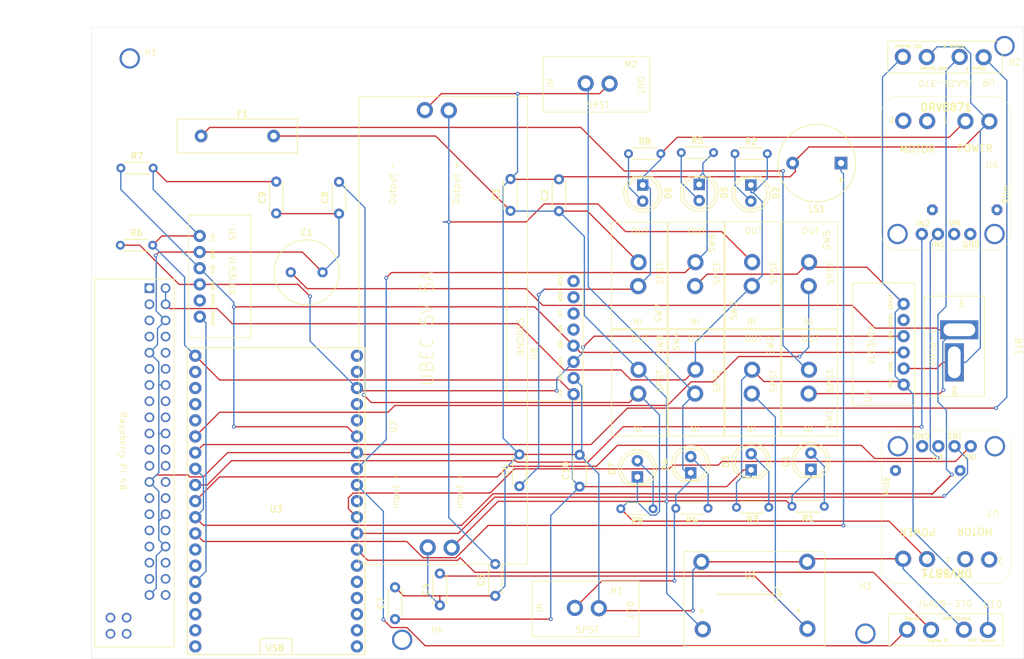
<source format=kicad_pcb>
(kicad_pcb (version 20241229) (generator "pcbnew") (generator_version "9.0")
  (layers (0 "F.Cu" signal) (2 "B.Cu" signal) (13 "F.Paste" user) (15 "B.Paste" user) (5 "F.SilkS" user "F.Silkscreen") (7 "B.SilkS" user "B.Silkscreen") (1 "F.Mask" user) (3 "B.Mask" user) (25 "Edge.Cuts" user))
  (net 0 "")
  (net 1 "GND")
  (net 2 "Net-(BT1-+)")
  (net 3 "+3.3V")
  (net 4 "Net-(D4-K)")
  (net 5 "Net-(SW2-A)")
  (net 6 "Net-(D6-K)")
  (net 7 "+12V")
  (net 8 "Net-(D2-A)")
  (net 9 "Net-(D3-A)")
  (net 10 "+5V")
  (net 11 "Net-(D4-A)")
  (net 12 "Net-(D5-K)")
  (net 13 "Net-(D5-A)")
  (net 14 "Net-(SW3-B)")
  (net 45 "Net-(SW1-B)")
  (net 46 "Net-(U3-GPIO14{slash}AD16{slash}TOUCH6{slash}HSPI_SCK)")
  (net 47 "Net-(U3-GPIO22{slash}WIRE_SCL)")
  (net 48 "Net-(U3-GPIO21{slash}WIRE_SDA)")
  (net 49 "Net-(D1-A)")
  (net 50 "Net-(U3-GPIO35{slash}AD7)")
  (net 53 "Net-(U3-GPIO27{slash}AD17{slash}TOUCH7)")
  (net 54 "Net-(U3-GPIO13{slash}AD14{slash}{slash}TOUCH4{slash}HSPI_MOSI)")
  (net 58 "Net-(U3-GPIO26{slash}AD19{slash}DA2)")
  (net 66 "Net-(U3-GPIO25{slash}AD18{slash}DA1)")
  (net 67 "Net-(U10-Signal-Hall_Sensor_1)")
  (net 68 "Net-(D6-A)")
  (net 70 "Net-(U3-GPIO16)")
  (net 73 "Net-(U3-GPIO17)")
  (net 74 "Net-(U10-Signal-Hall_Sensor_2)")
  (net 75 "Net-(U3-GPIO32{slash}AD4{slash}TOUCH9)")
  (net 83 "Net-(U10-GND_for_Motor)")
  (net 86 "Net-(U10-VCC_for_Motor)")
  (net 90 "Net-(U7-Motor_1)")
  (net 91 "Net-(U7-Motor_2)")
  (net 95 "Net-(D7-A)")
  (net 96 "Net-(D7-K)")
  (footprint "Espressif:ESP32-DEVKITC" (layer "F.Cu") (at 99.5 164.5)
    (property "Reference" "U3")
    (property "Value" "ESP32-DEVKITC")
  )
  (footprint "Espressif:DRV8871" (layer "F.Cu") (at 205.545 183.204 180)
    (property "Reference" "U7")
    (property "Value" "~")
  )
  (footprint "Capacitor_THT:C_Radial_D10.0mm_H16.0mm_P5.00mm" (layer "F.Cu") (at 101.8 128.52)
    (property "Reference" "C1")
    (property "Value" "C_Polarized")
  )
  (footprint "Espressif:SPST" (layer "F.Cu") (at 165.27 145.78 90)
    (property "Reference" "SW2")
    (property "Value" "3.3V Switch")
  )
  (footprint "Resistor_THT:R_Axial_DIN0204_L3.6mm_D1.6mm_P5.08mm_Horizontal" (layer "F.Cu") (at 167.38 165.63 180)
    (property "Reference" "R4")
    (property "Value" "330 Ohm")
  )
  (footprint "Espressif:SPST" (layer "F.Cu") (at 165.28 128.85 90)
    (property "Reference" "SW3")
    (property "Value" "5V Switch")
  )
  (footprint "Espressif:SPST" (layer "F.Cu") (at 174.22 128.87 90)
    (property "Reference" "SW5")
    (property "Value" "Diagnostics Button")
  )
  (footprint "Resistor_THT:R_Axial_DIN0204_L3.6mm_D1.6mm_P5.08mm_Horizontal" (layer "F.Cu") (at 75.02 124.26)
    (property "Reference" "R6")
    (property "Value" "4.7K - 10K")
  )
  (footprint "Espressif:DRV8871" (layer "F.Cu") (at 204.057 95.167)
    (property "Reference" "U6")
    (property "Value" "~")
  )
  (footprint "Espressif:SPST" (layer "F.Cu") (at 174.21 145.78 90)
    (property "Reference" "SW1")
    (property "Value" "Main Switch")
  )
  (footprint "Espressif:SPST" (layer "F.Cu") (at 149.96 89.84)
    (property "Reference" "M2")
    (property "Value" "Fan")
  )
  (footprint "Espressif:VL53L0X" (layer "F.Cu") (at 184.851 140.2 90)
    (property "Reference" "U4")
    (property "Value" "~")
  )
  (footprint "LED_THT:LED_D5.0mm" (layer "F.Cu") (at 183.54 159.5 90)
    (property "Reference" "D1")
    (property "Value" "Main LED")
  )
  (footprint "LED_THT:LED_D5.0mm" (layer "F.Cu") (at 164.65 160.05 90)
    (property "Reference" "D4")
    (property "Value" "Fan LED")
  )
  (footprint "Fuse:Fuse_Littelfuse-LVR100" (layer "F.Cu") (at 87.71 107.09)
    (property "Reference" "F1")
    (property "Value" "Fuse")
  )
  (footprint "Espressif:Mounting Hole" (layer "F.Cu") (at 119.3 179.31)
    (property "Reference" "H4")
    (property "Value" "MountingHole")
  )
  (footprint "Espressif:Mounting Hole" (layer "F.Cu") (at 192.1 178.34)
    (property "Reference" "H3")
    (property "Value" "MountingHole")
  )
  (footprint "Capacitor_THT:C_Disc_D4.3mm_W1.9mm_P5.00mm" (layer "F.Cu") (at 99.52 119.26 90)
    (property "Reference" "C9")
    (property "Value" "C")
  )
  (footprint "LED_THT:LED_D5.0mm" (layer "F.Cu") (at 165.98 114.7 -90)
    (property "Reference" "D5")
    (property "Value" "Bluetooth LED")
  )
  (footprint "Capacitor_THT:C_Disc_D4.3mm_W1.9mm_P5.00mm" (layer "F.Cu") (at 147.19 162.23 90)
    (property "Reference" "C10")
    (property "Value" "C")
  )
  (footprint "Resistor_THT:R_Axial_DIN0204_L3.6mm_D1.6mm_P5.08mm_Horizontal" (layer "F.Cu") (at 185.64 165.33 180)
    (property "Reference" "R1")
    (property "Value" "330 Ohm")
  )
  (footprint "Buzzer_Beeper:Buzzer_12x9.5RM7.6" (layer "F.Cu") (at 188.27 111.35 180)
    (property "Reference" "LS1")
    (property "Value" "Speaker")
  )
  (footprint "Capacitor_THT:C_Disc_D4.3mm_W1.9mm_P5.00mm" (layer "F.Cu") (at 133.93 179.4 90)
    (property "Reference" "C5")
    (property "Value" "C")
  )
  (footprint "LED_THT:LED_D5.0mm" (layer "F.Cu") (at 156.27 160.7 90)
    (property "Reference" "D7")
    (property "Value" "Motor 1 LED")
  )
  (footprint "Espressif:UBEC" (layer "F.Cu") (at 105.515 136.905 90)
    (property "Reference" "U2")
    (property "Value" "~")
  )
  (footprint "Espressif:JGA25-370" (layer "F.Cu") (at 204.611 103.681 180)
    (property "Reference" "U9")
    (property "Value" "~")
  )
  (footprint "Capacitor_THT:C_Disc_D4.3mm_W1.9mm_P5.00mm" (layer "F.Cu") (at 137.73 162.16 90)
    (property "Reference" "C6")
    (property "Value" "C")
  )
  (footprint "Espressif:VL53L0X" (layer "F.Cu") (at 100.75 128.79 -90)
    (property "Reference" "U5")
    (property "Value" "~")
  )
  (footprint "Espressif:Mini360_Module" (layer "F.Cu") (at 166.32 174.055)
    (property "Reference" "U1")
    (property "Value" "~")
  )
  (footprint "LED_THT:LED_D5.0mm" (layer "F.Cu") (at 157.11 114.8 -90)
    (property "Reference" "D6")
    (property "Value" "Motor 2 LED")
  )
  (footprint "Espressif:Mounting Hole" (layer "F.Cu") (at 76.5 87.89)
    (property "Reference" "H1")
    (property "Value" "MountingHole")
  )
  (footprint "Espressif:JGA25-370" (layer "F.Cu") (at 204.712 175.721)
    (property "Reference" "U10")
    (property "Value" "~")
  )
  (footprint "Resistor_THT:R_Axial_DIN0204_L3.6mm_D1.6mm_P5.08mm_Horizontal" (layer "F.Cu") (at 163.16 109.7)
    (property "Reference" "R5")
    (property "Value" "330 Ohm")
  )
  (footprint "Espressif:Mounting Hole" (layer "F.Cu") (at 213.96 85.95)
    (property "Reference" "H2")
    (property "Value" "MountingHole")
  )
  (footprint "Capacitor_THT:C_Disc_D4.3mm_W1.9mm_P5.00mm" (layer "F.Cu") (at 143.94 118.9 90)
    (property "Reference" "C2")
    (property "Value" "C")
  )
  (footprint "Resistor_THT:R_Axial_DIN0204_L3.6mm_D1.6mm_P5.08mm_Horizontal" (layer "F.Cu") (at 75.1 112.13)
    (property "Reference" "R7")
    (property "Value" "R")
  )
  (footprint "Capacitor_THT:C_Disc_D4.3mm_W1.9mm_P5.00mm" (layer "F.Cu") (at 109.38 119.3 90)
    (property "Reference" "C8")
    (property "Value" "C")
  )
  (footprint "Resistor_THT:R_Axial_DIN0204_L3.6mm_D1.6mm_P5.08mm_Horizontal" (layer "F.Cu") (at 171.6 109.87)
    (property "Reference" "R2")
    (property "Value" "330 Ohm")
  )
  (footprint "Espressif:SPST" (layer "F.Cu") (at 147.43 128.88 90)
    (property "Reference" "SW7")
    (property "Value" "Motor 2 Switch")
  )
  (footprint "LED_THT:LED_D5.0mm" (layer "F.Cu") (at 174.14 159.6 90)
    (property "Reference" "D3")
    (property "Value" "3.3V LED")
  )
  (footprint "Espressif:MODULE_RASPBERRY_PI_4B_4GB" (layer "F.Cu") (at 56.36 165.14 -90)
    (property "Reference" "J1" (hide yes))
    (property "Value" "Raspberry_Pi_4" (hide yes))
  )
  (footprint "Resistor_THT:R_Axial_DIN0204_L3.6mm_D1.6mm_P5.08mm_Horizontal" (layer "F.Cu") (at 158.74 165.71 180)
    (property "Reference" "R9")
    (property "Value" "330 Ohm")
  )
  (footprint "Espressif:SPST" (layer "F.Cu") (at 156.37 145.77 90)
    (property "Reference" "SW4")
    (property "Value" "Fan Switch")
  )
  (footprint "Espressif:SPST" (layer "F.Cu") (at 148.27 172.33)
    (property "Reference" "M1")
    (property "Value" "Fan")
  )
  (footprint "LED_THT:LED_D5.0mm" (layer "F.Cu") (at 174.1 114.8 -90)
    (property "Reference" "D2")
    (property "Value" "5V LED")
  )
  (footprint "Resistor_THT:R_Axial_DIN0204_L3.6mm_D1.6mm_P5.08mm_Horizontal" (layer "F.Cu") (at 154.87 109.87)
    (property "Reference" "R8")
    (property "Value" "330 Ohm")
  )
  (footprint "Resistor_THT:R_Axial_DIN0204_L3.6mm_D1.6mm_P5.08mm_Horizontal" (layer "F.Cu") (at 176.92 165.48 180)
    (property "Reference" "R3")
    (property "Value" "330 Ohm")
  )
  (footprint "Capacitor_THT:C_Disc_D4.3mm_W1.9mm_P5.00mm" (layer "F.Cu") (at 118.19 183.06 90)
    (property "Reference" "C7")
    (property "Value" "C")
  )
  (footprint "Capacitor_THT:C_Disc_D4.3mm_W1.9mm_P5.00mm" (layer "F.Cu") (at 136.33 118.85 90)
    (property "Reference" "C3")
    (property "Value" "C")
  )
  (footprint "Capacitor_THT:C_Disc_D4.3mm_W1.9mm_P5.00mm" (layer "F.Cu") (at 125.23 180.89 90)
    (property "Reference" "C4")
    (property "Value" "C")
  )
  (footprint "Espressif:SPST" (layer "F.Cu") (at 156.37 128.87 90)
    (property "Reference" "SW6")
    (property "Value" "Bluetooth Switch")
  )
  (footprint "Espressif:BNO055" (layer "F.Cu") (at 129.985 138.45 90)
    (property "Reference" "U8")
    (property "Value" "~")
  )
  (footprint "Espressif:Battery T-Plug" (layer "F.Cu") (at 215.636 140.19 -90)
    (property "Reference" "BT1")
    (property "Value" "LiPo 2200mAh 3S Battery")
  )
  (footprint "Espressif:SPST" (layer "F.Cu") (at 147.43 145.78 90)
    (property "Reference" "SW8")
    (property "Value" "Motor 1 Switch")
  )
  (gr_rect (start 70.5 89.95) (end 217 189.31) (stroke (width 0.05)) (fill no) (layer "Edge.Cuts"))
  (segment (start 198.025 173.574) (end 183.421 173.574) (width 0.2) (layer "F.Cu") (net 1))
  (segment (start 112.2 156.88) (end 112.48 157.16) (width 0.2) (layer "F.Cu") (net 1))
  (segment (start 85.6411 160.3963) (end 85.9379 160.6931) (width 0.2) (layer "F.Cu") (net 1))
  (segment (start 79.59 161.49) (end 80.6837 160.3963) (width 0.2) (layer "F.Cu") (net 1))
  (segment (start 125.23 179.4) (end 119.53 179.4) (width 0.2) (layer "F.Cu") (net 1))
  (segment (start 125.23 179.4) (end 125.23 180.89) (width 0.2) (layer "F.Cu") (net 1))
  (segment (start 103.62 125.34) (end 87.49 125.34) (width 0.2) (layer "F.Cu") (net 1))
  (segment (start 81.1041 125.34) (end 80.5674 125.8767) (width 0.2) (layer "F.Cu") (net 1))
  (segment (start 133.93 179.4) (end 125.23 179.4) (width 0.2) (layer "F.Cu") (net 1))
  (segment (start 109.38 119.3) (end 99.56 119.3) (width 0.2) (layer "F.Cu") (net 1))
  (segment (start 106.8 128.52) (end 103.62 125.34) (width 0.2) (layer "F.Cu") (net 1))
  (segment (start 150.59 181.73) (end 150.21 181.35) (width 0.2) (layer "F.Cu") (net 1))
  (segment (start 180.277 113.4983) (end 144.3417 113.4983) (width 0.2) (layer "F.Cu") (net 1))
  (segment (start 125.4592 100.4308) (end 137.4288 100.4308) (width 0.2) (layer "F.Cu") (net 1))
  (segment (start 183.421 173.574) (end 182.95 174.045) (width 0.2) (layer "F.Cu") (net 1))
  (segment (start 166.32 174.055) (end 166.33 174.045) (width 0.2) (layer "F.Cu") (net 1))
  (segment (start 181.9389 110.0811) (end 180.67 111.35) (width 0.2) (layer "F.Cu") (net 1))
  (segment (start 87.49 125.34) (end 81.1041 125.34) (width 0.2) (layer "F.Cu") (net 1))
  (segment (start 99.56 119.3) (end 99.52 119.26) (width 0.2) (layer "F.Cu") (net 1))
  (segment (start 112.48 157.16) (end 137.73 157.16) (width 0.2) (layer "F.Cu") (net 1))
  (segment (start 122.875 103.015) (end 125.4592 100.4308) (width 0.2) (layer "F.Cu") (net 1))
  (segment (start 147.12 157.16) (end 147.19 157.23) (width 0.2) (layer "F.Cu") (net 1))
  (segment (start 91.88 156.88) (end 112.2 156.88) (width 0.2) (layer "F.Cu") (net 1))
  (segment (start 80.6837 160.3963) (end 85.6411 160.3963) (width 0.2) (layer "F.Cu") (net 1))
  (segment (start 181.9389 110.0811) (end 181.074 110.946) (width 0.2) (layer "F.Cu") (net 1))
  (segment (start 181.074 110.946) (end 181.074 112.7013) (width 0.2) (layer "F.Cu") (net 1))
  (segment (start 144.3417 113.4983) (end 143.94 113.9) (width 0.2) (layer "F.Cu") (net 1))
  (segment (start 198.111 143.65) (end 203.2943 143.65) (width 0.2) (layer "F.Cu") (net 1))
  (segment (start 119.53 179.4) (end 118.19 178.06) (width 0.2) (layer "F.Cu") (net 1))
  (segment (start 207.5618 108.8122) (end 183.2078 108.8122) (width 0.2) (layer "F.Cu") (net 1))
  (segment (start 150.3292 100.4308) (end 151.9 98.86) (width 0.2) (layer "F.Cu") (net 1))
  (segment (start 166.33 174.045) (end 182.95 174.045) (width 0.2) (layer "F.Cu") (net 1))
  (segment (start 88.0669 160.6931) (end 91.88 156.88) (width 0.2) (layer "F.Cu") (net 1))
  (segment (start 137.73 157.16) (end 147.12 157.16) (width 0.2) (layer "F.Cu") (net 1))
  (segment (start 85.9379 160.6931) (end 88.0669 160.6931) (width 0.2) (layer "F.Cu") (net 1))
  (segment (start 181.074 112.7013) (end 180.277 113.4983) (width 0.2) (layer "F.Cu") (net 1))
  (segment (start 164.9829 181.73) (end 150.59 181.73) (width 0.2) (layer "F.Cu") (net 1))
  (segment (start 206.066 142.68) (end 204.2643 142.68) (width 0.2) (layer "F.Cu") (net 1))
  (segment (start 143.94 113.9) (end 136.38 113.9) (width 0.2) (layer "F.Cu") (net 1))
  (segment (start 183.2078 108.8122) (end 181.9389 110.0811) (width 0.2) (layer "F.Cu") (net 1))
  (segment (start 136.38 113.9) (end 136.33 113.85) (width 0.2) (layer "F.Cu") (net 1))
  (segment (start 203.2943 143.65) (end 204.2643 142.68) (width 0.2) (layer "F.Cu") (net 1))
  (segment (start 211.577 104.797) (end 207.5618 108.8122) (width 0.2) (layer "F.Cu") (net 1))
  (segment (start 137.4288 100.4308) (end 150.3292 100.4308) (width 0.2) (layer "F.Cu") (net 1))
  (via (at 137.4288 100.4308) (size 0.6) (drill 0.3) (layers "F.Cu" "B.Cu") (net 1))
  (via (at 80.5674 125.8767) (size 0.6) (drill 0.3) (layers "F.Cu" "B.Cu") (net 1))
  (via (at 164.9829 181.73) (size 0.6) (drill 0.3) (layers "F.Cu" "B.Cu") (net 1))
  (segment (start 80.6537 134.6137) (end 82.13 136.09) (width 0.2) (layer "B.Cu") (net 1))
  (segment (start 80.5674 125.8767) (end 80.6537 125.963) (width 0.2) (layer "B.Cu") (net 1))
  (segment (start 207.5565 93.0616) (end 208.6495 94.1546) (width 0.2) (layer "B.Cu") (net 1))
  (segment (start 80.6537 125.963) (end 80.6537 134.6137) (width 0.2) (layer "B.Cu") (net 1))
  (segment (start 135.4701 177.8599) (end 135.4701 159.4199) (width 0.2) (layer "B.Cu") (net 1))
  (segment (start 206.066 142.68) (end 207.8677 142.68) (width 0.2) (layer "B.Cu") (net 1))
  (segment (start 123.325 178.985) (end 125.23 180.89) (width 0.2) (layer "B.Cu") (net 1))
  (segment (start 135.1722 115.0078) (end 136.33 113.85) (width 0.2) (layer "B.Cu") (net 1))
  (segment (start 80.86 137.36) (end 80.86 139.9) (width 0.2) (layer "B.Cu") (net 1))
  (segment (start 80.6537 173.1263) (end 82.13 171.65) (width 0.2) (layer "B.Cu") (net 1))
  (segment (start 208.6495 101.8695) (end 211.577 104.797) (width 0.2) (layer "B.Cu") (net 1))
  (segment (start 82.13 166.57) (end 81.0663 167.6337) (width 0.2) (layer "B.Cu") (net 1))
  (segment (start 208.6495 94.1546) (end 208.6495 101.8695) (width 0.2) (layer "B.Cu") (net 1))
  (segment (start 81.0663 162.9663) (end 79.59 161.49) (width 0.2) (layer "B.Cu") (net 1))
  (segment (start 81.0663 142.6463) (end 81.0663 146.25) (width 0.2) (layer "B.Cu") (net 1))
  (segment (start 150.21 160.25) (end 150.21 181.35) (width 0.2) (layer "B.Cu") (net 1))
  (segment (start 106.8 128.52) (end 109.38 125.94) (width 0.2) (layer "B.Cu") (net 1))
  (segment (start 81.0663 146.25) (end 81.0663 153.87) (width 0.2) (layer "B.Cu") (net 1))
  (segment (start 210.1577 140.39) (end 210.1577 106.2163) (width 0.2) (layer "B.Cu") (net 1))
  (segment (start 164.9829 175.3921) (end 164.9829 181.73) (width 0.2) (layer "B.Cu") (net 1))
  (segment (start 207.8677 142.68) (end 210.1577 140.39) (width 0.2) (layer "B.Cu") (net 1))
  (segment (start 80.86 139.9) (end 79.59 141.17) (width 0.2) (layer "B.Cu") (net 1))
  (segment (start 81.0663 160.0137) (end 79.59 161.49) (width 0.2) (layer "B.Cu") (net 1))
  (segment (start 147.5196 146.4246) (end 146.245 145.15) (width 0.2) (layer "B.Cu") (net 1))
  (segment (start 133.93 179.4) (end 135.4701 177.8599) (width 0.2) (layer "B.Cu") (net 1))
  (segment (start 135.1722 154.6022) (end 135.1722 115.0078) (width 0.2) (layer "B.Cu") (net 1))
  (segment (start 79.59 179.27) (end 80.6537 178.2063) (width 0.2) (layer "B.Cu") (net 1))
  (segment (start 81.0663 153.87) (end 81.0663 160.0137) (width 0.2) (layer "B.Cu") (net 1))
  (segment (start 147.19 157.23) (end 150.21 160.25) (width 0.2) (layer "B.Cu") (net 1))
  (segment (start 80.6537 178.2063) (end 80.6537 173.1263) (width 0.2) (layer "B.Cu") (net 1))
  (segment (start 123.325 171.785) (end 123.325 178.985) (width 0.2) (layer "B.Cu") (net 1))
  (segment (start 137.4288 112.7512) (end 136.33 113.85) (width 0.2) (layer "B.Cu") (net 1))
  (segment (start 82.13 146.25) (end 81.0663 146.25) (width 0.2) (layer "B.Cu") (net 1))
  (segment (start 166.32 174.055) (end 164.9829 175.3921) (width 0.2) (layer "B.Cu") (net 1))
  (segment (start 207.582 184.721) (end 198.025 175.164) (width 0.2) (layer "B.Cu") (net 1))
  (segment (start 82.13 136.09) (end 80.86 137.36) (width 0.2) (layer "B.Cu") (net 1))
  (segment (start 147.5196 156.9004) (end 147.5196 146.4246) (width 0.2) (layer "B.Cu") (net 1))
  (segment (start 201.741 94.681) (end 203.3604 93.0616) (width 0.2) (layer "B.Cu") (net 1))
  (segment (start 81.0663 167.6337) (end 81.0663 162.9663) (width 0.2) (layer "B.Cu") (net 1))
  (segment (start 79.59 141.17) (end 81.0663 142.6463) (width 0.2) (layer "B.Cu") (net 1))
  (segment (start 81.0663 170.5863) (end 81.0663 167.6337) (width 0.2) (layer "B.Cu") (net 1))
  (segment (start 210.1577 106.2163) (end 211.577 104.797) (width 0.2) (layer "B.Cu") (net 1))
  (segment (start 198.025 175.164) (end 198.025 173.574) (width 0.2) (layer "B.Cu") (net 1))
  (segment (start 135.4701 159.4199) (end 137.73 157.16) (width 0.2) (layer "B.Cu") (net 1))
  (segment (start 147.19 157.23) (end 147.5196 156.9004) (width 0.2) (layer "B.Cu") (net 1))
  (segment (start 137.4288 100.4308) (end 137.4288 112.7512) (width 0.2) (layer "B.Cu") (net 1))
  (segment (start 203.3604 93.0616) (end 207.5565 93.0616) (width 0.2) (layer "B.Cu") (net 1))
  (segment (start 109.38 125.94) (end 109.38 119.3) (width 0.2) (layer "B.Cu") (net 1))
  (segment (start 82.13 171.65) (end 81.0663 170.5863) (width 0.2) (layer "B.Cu") (net 1))
  (segment (start 81.0663 153.87) (end 82.13 153.87) (width 0.2) (layer "B.Cu") (net 1))
  (segment (start 137.73 157.16) (end 135.1722 154.6022) (width 0.2) (layer "B.Cu") (net 1))
  (segment (start 203.8098 147.6) (end 183.18 147.6) (width 0.2) (layer "F.Cu") (net 2))
  (segment (start 104.3789 131.0989) (end 138.7629 131.0989) (width 0.2) (layer "F.Cu") (net 2))
  (segment (start 193.6213 137.3) (end 203.2943 137.3) (width 0.2) (layer "F.Cu") (net 2))
  (segment (start 203.2943 137.3) (end 203.5543 137.56) (width 0.2) (layer "F.Cu") (net 2))
  (segment (start 138.7629 131.0989) (end 141.384 133.72) (width 0.2) (layer "F.Cu") (net 2))
  (segment (start 141.384 133.72) (end 190.0413 133.72) (width 0.2) (layer "F.Cu") (net 2))
  (segment (start 190.0413 133.72) (end 193.6213 137.3) (width 0.2) (layer "F.Cu") (net 2))
  (segment (start 101.8 128.52) (end 104.3789 131.0989) (width 0.2) (layer "F.Cu") (net 2))
  (segment (start 204.3629 147.0469) (end 203.8098 147.6) (width 0.2) (layer "F.Cu") (net 2))
  (segment (start 206.856 137.56) (end 203.5543 137.56) (width 0.2) (layer "F.Cu") (net 2))
  (via (at 204.3629 147.0469) (size 0.6) (drill 0.3) (layers "F.Cu" "B.Cu") (net 2))
  (segment (start 204.2643 139.4943) (end 204.2643 146.9483) (width 0.2) (layer "B.Cu") (net 2))
  (segment (start 206.856 137.56) (end 206.1986 137.56) (width 0.2) (layer "B.Cu") (net 2))
  (segment (start 204.2643 146.9483) (end 204.3629 147.0469) (width 0.2) (layer "B.Cu") (net 2))
  (segment (start 206.1986 137.56) (end 204.2643 139.4943) (width 0.2) (layer "B.Cu") (net 2))
  (segment (start 182.4453 127.7247) (end 192.3357 127.7247) (width 0.2) (layer "F.Cu") (net 3))
  (segment (start 197.616 145.695) (end 176.145 145.695) (width 0.2) (layer "F.Cu") (net 3))
  (segment (start 90.613 145.453) (end 144.008 145.453) (width 0.2) (layer "F.Cu") (net 3))
  (segment (start 86.8 141.64) (end 90.613 145.453) (width 0.2) (layer "F.Cu") (net 3))
  (segment (start 144.008 145.453) (end 146.245 147.69) (width 0.2) (layer "F.Cu") (net 3))
  (segment (start 182.0619 128.1081) (end 182.4453 127.7247) (width 0.2) (layer "F.Cu") (net 3))
  (segment (start 167.215 128.815) (end 181.355 128.815) (width 0.2) (layer "F.Cu") (net 3))
  (segment (start 80.1 124.26) (end 81.56 122.8) (width 0.2) (layer "F.Cu") (net 3))
  (segment (start 82.31 114.26) (end 80.18 112.13) (width 0.2) (layer "F.Cu") (net 3))
  (segment (start 174.14 159.6) (end 172.9383 159.6) (width 0.2) (layer "F.Cu") (net 3))
  (segment (start 182.0619 128.1081) (end 183.24 126.93) (width 0.2) (layer "F.Cu") (net 3))
  (segment (start 181.355 128.815) (end 182.0619 128.1081) (width 0.2) (layer "F.Cu") (net 3))
  (segment (start 165.34 130.69) (end 167.215 128.815) (width 0.2) (layer "F.Cu") (net 3))
  (segment (start 192.3357 127.7247) (end 198.101 133.49) (width 0.2) (layer "F.Cu") (net 3))
  (segment (start 170.3083 162.23) (end 147.19 162.23) (width 0.2) (layer "F.Cu") (net 3))
  (segment (start 99.52 114.26) (end 82.31 114.26) (width 0.2) (layer "F.Cu") (net 3))
  (segment (start 176.145 145.695) (end 174.29 143.84) (width 0.2) (layer "F.Cu") (net 3))
  (segment (start 81.56 122.8) (end 87.49 122.8) (width 0.2) (layer "F.Cu") (net 3))
  (segment (start 172.9383 159.6) (end 170.3083 162.23) (width 0.2) (layer "F.Cu") (net 3))
  (segment (start 198.111 146.19) (end 197.616 145.695) (width 0.2) (layer "F.Cu") (net 3))
  (segment (start 118.19 183.06) (end 142.653 183.06) (width 0.2) (layer "F.Cu") (net 3))
  (via (at 142.653 183.06) (size 0.6) (drill 0.3) (layers "F.Cu" "B.Cu") (net 3))
  (segment (start 87.49 122.8) (end 80.18 115.49) (width 0.2) (layer "B.Cu") (net 3))
  (segment (start 196.7744 144.8534) (end 198.111 146.19) (width 0.2) (layer "B.Cu") (net 3))
  (segment (start 194.783 130.172) (end 198.101 133.49) (width 0.2) (layer "B.Cu") (net 3))
  (segment (start 172.6339 160.8017) (end 172.6339 145.4961) (width 0.2) (layer "B.Cu") (net 3))
  (segment (start 194.783 97.829) (end 194.783 130.172) (width 0.2) (layer "B.Cu") (net 3))
  (segment (start 142.653 183.06) (end 142.653 166.767) (width 0.2) (layer "B.Cu") (net 3))
  (segment (start 211.342 180.9236) (end 211.342 184.771) (width 0.2) (layer "B.Cu") (net 3))
  (segment (start 85.1172 129.2772) (end 80.1 124.26) (width 0.2) (layer "B.Cu") (net 3))
  (segment (start 198.101 133.49) (end 196.7744 134.8166) (width 0.2) (layer "B.Cu") (net 3))
  (segment (start 146.064 147.871) (end 146.064 161.104) (width 0.2) (layer "B.Cu") (net 3))
  (segment (start 172.6339 145.4961) (end 174.29 143.84) (width 0.2) (layer "B.Cu") (net 3))
  (segment (start 197.981 94.631) (end 194.783 97.829) (width 0.2) (layer "B.Cu") (net 3))
  (segment (start 171.84 165.48) (end 171.84 161.5956) (width 0.2) (layer "B.Cu") (net 3))
  (segment (start 174.14 159.6) (end 174.14 160.8017) (width 0.2) (layer "B.Cu") (net 3))
  (segment (start 142.653 166.767) (end 147.19 162.23) (width 0.2) (layer "B.Cu") (net 3))
  (segment (start 85.1172 139.9572) (end 85.1172 129.2772) (width 0.2) (layer "B.Cu") (net 3))
  (segment (start 198.111 146.19) (end 199.5856 147.6646) (width 0.2) (layer "B.Cu") (net 3))
  (segment (start 196.7744 134.8166) (end 196.7744 144.8534) (width 0.2) (layer "B.Cu") (net 3))
  (segment (start 86.8 141.64) (end 85.1172 139.9572) (width 0.2) (layer "B.Cu") (net 3))
  (segment (start 199.5856 147.6646) (end 199.5856 169.1672) (width 0.2) (layer "B.Cu") (net 3))
  (segment (start 199.5856 169.1672) (end 211.342 180.9236) (width 0.2) (layer "B.Cu") (net 3))
  (segment (start 172.6339 160.8017) (end 174.14 160.8017) (width 0.2) (layer "B.Cu") (net 3))
  (segment (start 146.064 161.104) (end 147.19 162.23) (width 0.2) (layer "B.Cu") (net 3))
  (segment (start 171.84 161.5956) (end 172.6339 160.8017) (width 0.2) (layer "B.Cu") (net 3))
  (segment (start 80.18 115.49) (end 80.18 112.13) (width 0.2) (layer "B.Cu") (net 3))
  (segment (start 146.245 147.69) (end 146.064 147.871) (width 0.2) (layer "B.Cu") (net 3))
  (segment (start 150.7058 177.0442) (end 162.088 177.0442) (width 0.2) (layer "F.Cu") (net 4))
  (segment (start 146.45 181.3) (end 150.7058 177.0442) (width 0.2) (layer "F.Cu") (net 4))
  (via (at 162.088 177.0442) (size 0.6) (drill 0.3) (layers "F.Cu" "B.Cu") (net 4))
  (segment (start 162.088 177.0442) (end 162.088 165.842) (width 0.2) (layer "B.Cu") (net 4))
  (segment (start 164.65 160.05) (end 164.65 160.6508) (width 0.2) (layer "B.Cu") (net 4))
  (segment (start 163.4082 149.5218) (end 165.34 147.59) (width 0.2) (layer "B.Cu") (net 4))
  (segment (start 162.3 165.63) (end 162.3 163.6017) (width 0.2) (layer "B.Cu") (net 4))
  (segment (start 148.5417 130.7917) (end 148.5417 99.2117) (width 0.2) (layer "B.Cu") (net 4))
  (segment (start 164.65 160.6508) (end 163.4082 159.409) (width 0.2) (layer "B.Cu") (net 4))
  (segment (start 165.34 147.59) (end 148.5417 130.7917) (width 0.2) (layer "B.Cu") (net 4))
  (segment (start 164.65 160.6508) (end 164.65 161.2517) (width 0.2) (layer "B.Cu") (net 4))
  (segment (start 148.5417 99.2117) (end 148.14 98.81) (width 0.2) (layer "B.Cu") (net 4))
  (segment (start 162.3 163.6017) (end 164.65 161.2517) (width 0.2) (layer "B.Cu") (net 4))
  (segment (start 162.088 165.842) (end 162.3 165.63) (width 0.2) (layer "B.Cu") (net 4))
  (segment (start 163.4082 159.409) (end 163.4082 149.5218) (width 0.2) (layer "B.Cu") (net 4))
  (segment (start 174.7067 176.2917) (end 182.99 184.575) (width 0.2) (layer "F.Cu") (net 5))
  (segment (start 125.6317 176.2917) (end 174.7067 176.2917) (width 0.2) (layer "F.Cu") (net 5))
  (segment (start 125.23 175.89) (end 125.6317 176.2917) (width 0.2) (layer "F.Cu") (net 5))
  (segment (start 177.949 179.534) (end 182.99 184.575) (width 0.2) (layer "B.Cu") (net 5))
  (segment (start 177.949 151.309) (end 177.949 179.534) (width 0.2) (layer "B.Cu") (net 5))
  (segment (start 174.24 147.6) (end 177.949 151.309) (width 0.2) (layer "B.Cu") (net 5))
  (segment (start 162.5287 107.2913) (end 159.95 109.87) (width 0.2) (layer "F.Cu") (net 6))
  (segment (start 141.6342 131.18) (end 140.7567 132.0575) (width 0.2) (layer "F.Cu") (net 6))
  (segment (start 141.6342 131.18) (end 140.7567 132.0575) (width 0.2) (layer "F.Cu") (net 6))
  (segment (start 140.7567 132.0575) (end 141.6342 131.18) (width 0.2) (layer "F.Cu") (net 6))
  (segment (start 155.92 131.18) (end 141.6342 131.18) (width 0.2) (layer "F.Cu") (net 6))
  (segment (start 207.817 104.747) (end 205.2727 107.2913) (width 0.2) (layer "F.Cu") (net 6))
  (segment (start 156.4 130.7) (end 155.92 131.18) (width 0.2) (layer "F.Cu") (net 6))
  (segment (start 205.2727 107.2913) (end 162.5287 107.2913) (width 0.2) (layer "F.Cu") (net 6))
  (via (at 140.7567 132.0575) (size 0.6) (drill 0.3) (layers "F.Cu" "B.Cu") (net 6))
  (segment (start 140.7567 132.0575) (end 141.6342 131.18) (width 0.2) (layer "B.Cu") (net 6))
  (segment (start 140.7567 159.1333) (end 137.73 162.16) (width 0.2) (layer "B.Cu") (net 6))
  (segment (start 157.11 114.8) (end 157.11 114.1991) (width 0.2) (layer "B.Cu") (net 6))
  (segment (start 141.6342 131.18) (end 140.7567 132.0575) (width 0.2) (layer "B.Cu") (net 6))
  (segment (start 158.3123 115.4014) (end 158.3123 128.7877) (width 0.2) (layer "B.Cu") (net 6))
  (segment (start 158.3123 128.7877) (end 156.4 130.7) (width 0.2) (layer "B.Cu") (net 6))
  (segment (start 157.11 114.1991) (end 158.3123 115.4014) (width 0.2) (layer "B.Cu") (net 6))
  (segment (start 159.95 109.87) (end 159.95 110.7583) (width 0.2) (layer "B.Cu") (net 6))
  (segment (start 157.11 114.1991) (end 157.11 113.5983) (width 0.2) (layer "B.Cu") (net 6))
  (segment (start 140.7567 132.0575) (end 140.7567 159.1333) (width 0.2) (layer "B.Cu") (net 6))
  (segment (start 159.95 110.7583) (end 157.11 113.5983) (width 0.2) (layer "B.Cu") (net 6))
  (segment (start 179.6768 164.4468) (end 180.56 165.33) (width 0.2) (layer "F.Cu") (net 7))
  (segment (start 99.11 107.09) (end 124.57 107.09) (width 0.2) (layer "F.Cu") (net 7))
  (segment (start 143.94 118.9) (end 148.41 118.9) (width 0.2) (layer "F.Cu") (net 7))
  (segment (start 160.8651 164.5394) (end 160.9577 164.4468) (width 0.2) (layer "F.Cu") (net 7))
  (segment (start 127.085 171.835) (end 134.3806 164.5394) (width 0.2) (layer "F.Cu") (net 7))
  (segment (start 160.9577 164.4468) (end 179.6768 164.4468) (width 0.2) (layer "F.Cu") (net 7))
  (segment (start 134.3806 164.5394) (end 160.8651 164.5394) (width 0.2) (layer "F.Cu") (net 7))
  (segment (start 124.57 107.09) (end 136.33 118.85) (width 0.2) (layer "F.Cu") (net 7))
  (segment (start 148.41 118.9) (end 156.45 126.94) (width 0.2) (layer "F.Cu") (net 7))
  (via (at 160.8651 164.5394) (size 0.6) (drill 0.3) (layers "F.Cu" "B.Cu") (net 7))
  (segment (start 160.8651 178.9801) (end 160.8651 164.5394) (width 0.2) (layer "B.Cu") (net 7))
  (segment (start 180.56 163.6817) (end 183.54 160.7017) (width 0.2) (layer "B.Cu") (net 7))
  (segment (start 143.94 118.9) (end 147.9401 122.9001) (width 0.2) (layer "B.Cu") (net 7))
  (segment (start 147.9401 135.3301) (end 156.45 143.84) (width 0.2) (layer "B.Cu") (net 7))
  (segment (start 136.33 118.85) (end 136.38 118.9) (width 0.2) (layer "B.Cu") (net 7))
  (segment (start 180.56 165.33) (end 180.56 163.6817) (width 0.2) (layer "B.Cu") (net 7))
  (segment (start 147.9401 122.9001) (end 147.9401 135.3301) (width 0.2) (layer "B.Cu") (net 7))
  (segment (start 160.8651 148.2551) (end 156.45 143.84) (width 0.2) (layer "B.Cu") (net 7))
  (segment (start 136.38 118.9) (end 143.94 118.9) (width 0.2) (layer "B.Cu") (net 7))
  (segment (start 160.8651 164.5394) (end 160.8651 148.2551) (width 0.2) (layer "B.Cu") (net 7))
  (segment (start 166.54 184.655) (end 160.8651 178.9801) (width 0.2) (layer "B.Cu") (net 7))
  (segment (start 183.54 159.5) (end 183.54 160.7017) (width 0.2) (layer "B.Cu") (net 7))
  (segment (start 171.6 114.84) (end 174.1 117.34) (width 0.2) (layer "B.Cu") (net 8))
  (segment (start 171.6 109.87) (end 171.6 114.84) (width 0.2) (layer "B.Cu") (net 8))
  (segment (start 176.92 165.48) (end 176.92 159.84) (width 0.2) (layer "B.Cu") (net 9))
  (segment (start 176.92 159.84) (end 174.14 157.06) (width 0.2) (layer "B.Cu") (net 9))
  (segment (start 144.7433 143.88) (end 153.7 143.88) (width 0.2) (layer "F.Cu") (net 10))
  (segment (start 137.4706 136.6073) (end 144.7433 143.88) (width 0.2) (layer "F.Cu") (net 10))
  (segment (start 163.7753 145.4447) (end 165.39 143.83) (width 0.2) (layer "F.Cu") (net 10))
  (segment (start 92.6169 136.6073) (end 137.4706 136.6073) (width 0.2) (layer "F.Cu") (net 10))
  (segment (start 82.81 134.23) (end 90.2396 134.23) (width 0.2) (layer "F.Cu") (net 10))
  (segment (start 155.2647 145.4447) (end 163.7753 145.4447) (width 0.2) (layer "F.Cu") (net 10))
  (segment (start 90.2396 134.23) (end 92.6169 136.6073) (width 0.2) (layer "F.Cu") (net 10))
  (segment (start 153.7 143.88) (end 155.2647 145.4447) (width 0.2) (layer "F.Cu") (net 10))
  (segment (start 82.13 133.55) (end 82.81 134.23) (width 0.2) (layer "F.Cu") (net 10))
  (segment (start 165.39 139.53) (end 174.25 130.67) (width 0.2) (layer "B.Cu") (net 10))
  (segment (start 176.68 109.87) (end 176.68 113.7972) (width 0.2) (layer "B.Cu") (net 10))
  (segment (start 176.68 113.7972) (end 174.4755 116.0017) (width 0.2) (layer "B.Cu") (net 10))
  (segment (start 174.1 114.8) (end 174.1 116.0017) (width 0.2) (layer "B.Cu") (net 10))
  (segment (start 82.13 131.01) (end 82.13 133.55) (width 0.2) (layer "B.Cu") (net 10))
  (segment (start 175.8749 117.4011) (end 174.4755 116.0017) (width 0.2) (layer "B.Cu") (net 10))
  (segment (start 174.25 130.67) (end 175.8749 129.0451) (width 0.2) (layer "B.Cu") (net 10))
  (segment (start 165.39 143.83) (end 165.39 139.53) (width 0.2) (layer "B.Cu") (net 10))
  (segment (start 174.4755 116.0017) (end 174.1 116.0017) (width 0.2) (layer "B.Cu") (net 10))
  (segment (start 175.8749 129.0451) (end 175.8749 117.4011) (width 0.2) (layer "B.Cu") (net 10))
  (segment (start 167.38 160.24) (end 164.65 157.51) (width 0.2) (layer "B.Cu") (net 11))
  (segment (start 167.38 165.63) (end 167.38 160.24) (width 0.2) (layer "B.Cu") (net 11))
  (segment (start 116.8055 129.3798) (end 117.6252 128.5601) (width 0.2) (layer "F.Cu") (net 12))
  (segment (start 117.6252 128.5601) (end 163.7599 128.5601) (width 0.2) (layer "F.Cu") (net 12))
  (segment (start 163.7599 128.5601) (end 165.39 126.93) (width 0.2) (layer "F.Cu") (net 12))
  (via (at 116.8055 129.3798) (size 0.6) (drill 0.3) (layers "F.Cu" "B.Cu") (net 12))
  (segment (start 167.2198 113.6506) (end 167.2198 125.1002) (width 0.2) (layer "B.Cu") (net 12))
  (segment (start 116.8055 154.8145) (end 112.2 159.42) (width 0.2) (layer "B.Cu") (net 12))
  (segment (start 166.5675 111.3725) (end 168.24 109.7) (width 0.2) (layer "B.Cu") (net 12))
  (segment (start 166.5675 112.9983) (end 166.5675 111.3725) (width 0.2) (layer "B.Cu") (net 12))
  (segment (start 166.5675 112.9983) (end 167.2198 113.6506) (width 0.2) (layer "B.Cu") (net 12))
  (segment (start 165.98 114.7) (end 165.98 113.4983) (width 0.2) (layer "B.Cu") (net 12))
  (segment (start 167.2198 125.1002) (end 165.39 126.93) (width 0.2) (layer "B.Cu") (net 12))
  (segment (start 116.8055 129.3798) (end 116.8055 154.8145) (width 0.2) (layer "B.Cu") (net 12))
  (segment (start 165.98 113.4983) (end 166.48 112.9983) (width 0.2) (layer "B.Cu") (net 12))
  (segment (start 166.48 112.9983) (end 166.5675 112.9983) (width 0.2) (layer "B.Cu") (net 12))
  (segment (start 163.16 114.42) (end 163.16 109.7) (width 0.2) (layer "B.Cu") (net 13))
  (segment (start 165.98 117.24) (end 163.16 114.42) (width 0.2) (layer "B.Cu") (net 13))
  (segment (start 125.7872 120.5949) (end 126.635 120.5949) (width 0.2) (layer "F.Cu") (net 14))
  (segment (start 125.7872 120.5949) (end 138.801 120.5949) (width 0.2) (layer "F.Cu") (net 14))
  (segment (start 169.5083 122.1183) (end 174.3 126.91) (width 0.2) (layer "F.Cu") (net 14))
  (segment (start 138.801 120.5949) (end 141.6238 117.7721) (width 0.2) (layer "F.Cu") (net 14))
  (segment (start 150.0544 117.7721) (end 154.4006 122.1183) (width 0.2) (layer "F.Cu") (net 14))
  (segment (start 141.6238 117.7721) (end 150.0544 117.7721) (width 0.2) (layer "F.Cu") (net 14))
  (segment (start 154.4006 122.1183) (end 169.5083 122.1183) (width 0.2) (layer "F.Cu") (net 14))
  (via (at 126.635 120.5949) (size 0.6) (drill 0.3) (layers "F.Cu" "B.Cu") (net 14))
  (segment (start 126.635 117.1098) (end 126.635 117.9163) (width 0.2) (layer "B.Cu") (net 14))
  (segment (start 126.635 117.0685) (end 126.635 117.1098) (width 0.2) (layer "B.Cu") (net 14))
  (segment (start 126.635 103.065) (end 126.635 117.0685) (width 0.2) (layer "B.Cu") (net 14))
  (segment (start 126.635 167.105) (end 133.93 174.4) (width 0.2) (layer "B.Cu") (net 14))
  (segment (start 126.635 120.5949) (end 125.7872 120.5949) (width 0.2) (layer "B.Cu") (net 14))
  (segment (start 126.635 120.5949) (end 126.635 167.105) (width 0.2) (layer "B.Cu") (net 14))
  (segment (start 126.635 117.9163) (end 126.635 120.5949) (width 0.2) (layer "B.Cu") (net 14))
  (segment (start 125.7872 120.5949) (end 126.635 120.5949) (width 0.2) (layer "B.Cu") (net 14))
  (segment (start 147.3698 105.7376) (end 154.2246 112.5924) (width 0.2) (layer "F.Cu") (net 45))
  (segment (start 87.71 107.09) (end 89.0624 105.7376) (width 0.2) (layer "F.Cu") (net 45))
  (segment (start 89.0624 105.7376) (end 147.3698 105.7376) (width 0.2) (layer "F.Cu") (net 45))
  (segment (start 154.2246 112.5924) (end 179.1449 112.5924) (width 0.2) (layer "F.Cu") (net 45))
  (via (at 179.1449 112.5924) (size 0.6) (drill 0.3) (layers "F.Cu" "B.Cu") (net 45))
  (segment (start 182.9656 143.84) (end 183.23 143.84) (width 0.2) (layer "B.Cu") (net 45))
  (segment (start 179.1449 140.0193) (end 182.9656 143.84) (width 0.2) (layer "B.Cu") (net 45))
  (segment (start 179.1449 112.5924) (end 179.1449 140.0193) (width 0.2) (layer "B.Cu") (net 45))
  (segment (start 120.0255 170.85) (end 122.5822 173.4067) (width 0.2) (layer "F.Cu") (net 46))
  (segment (start 86.8 169.58) (end 88.07 170.85) (width 0.2) (layer "F.Cu") (net 46))
  (segment (start 127.7361 173.4067) (end 132.8092 168.3336) (width 0.2) (layer "F.Cu") (net 46))
  (segment (start 132.8092 168.3336) (end 188.6591 168.3336) (width 0.2) (layer "F.Cu") (net 46))
  (segment (start 88.07 170.85) (end 120.0255 170.85) (width 0.2) (layer "F.Cu") (net 46))
  (segment (start 122.5822 173.4067) (end 127.7361 173.4067) (width 0.2) (layer "F.Cu") (net 46))
  (via (at 188.6591 168.3336) (size 0.6) (drill 0.3) (layers "F.Cu" "B.Cu") (net 46))
  (segment (start 188.6591 113.0408) (end 188.27 112.6517) (width 0.2) (layer "B.Cu") (net 46))
  (segment (start 188.6591 168.3336) (end 188.6591 113.0408) (width 0.2) (layer "B.Cu") (net 46))
  (segment (start 188.27 111.35) (end 188.27 112.6517) (width 0.2) (layer "B.Cu") (net 46))
  (segment (start 112.6235 147.1435) (end 112.2 146.72) (width 0.2) (layer "F.Cu") (net 47))
  (segment (start 75.02 124.26) (end 78.0815 124.26) (width 0.2) (layer "F.Cu") (net 47))
  (segment (start 104.8299 132.3081) (end 102.9418 130.42) (width 0.2) (layer "F.Cu") (net 47))
  (segment (start 143.5904 147.1435) (end 112.6235 147.1435) (width 0.2) (layer "F.Cu") (net 47))
  (segment (start 102.9418 130.42) (end 87.5 130.42) (width 0.2) (layer "F.Cu") (net 47))
  (segment (start 84.2415 130.42) (end 87.5 130.42) (width 0.2) (layer "F.Cu") (net 47))
  (segment (start 78.0815 124.26) (end 84.2415 130.42) (width 0.2) (layer "F.Cu") (net 47))
  (segment (start 147.7353 140.3049) (end 149.4702 138.57) (width 0.2) (layer "F.Cu") (net 47))
  (segment (start 149.4702 138.57) (end 198.101 138.57) (width 0.2) (layer "F.Cu") (net 47))
  (via (at 143.5904 147.1435) (size 0.6) (drill 0.3) (layers "F.Cu" "B.Cu") (net 47))
  (via (at 147.7353 140.3049) (size 0.6) (drill 0.3) (layers "F.Cu" "B.Cu") (net 47))
  (via (at 104.8299 132.3081) (size 0.6) (drill 0.3) (layers "F.Cu" "B.Cu") (net 47))
  (segment (start 146.245 142.61) (end 147.7353 141.1197) (width 0.2) (layer "B.Cu") (net 47))
  (segment (start 104.8299 139.3499) (end 104.8299 132.3081) (width 0.2) (layer "B.Cu") (net 47))
  (segment (start 112.2 146.72) (end 104.8299 139.3499) (width 0.2) (layer "B.Cu") (net 47))
  (segment (start 147.7353 141.1197) (end 147.7353 140.3049) (width 0.2) (layer "B.Cu") (net 47))
  (segment (start 143.5904 147.1435) (end 143.5904 145.2646) (width 0.2) (layer "B.Cu") (net 47))
  (segment (start 143.5904 145.2646) (end 146.245 142.61) (width 0.2) (layer "B.Cu") (net 47))
  (segment (start 140.1161 133.9511) (end 146.235 140.07) (width 0.2) (layer "F.Cu") (net 48))
  (segment (start 147.275 141.11) (end 146.235 140.07) (width 0.2) (layer "F.Cu") (net 48))
  (segment (start 92.8543 152.8078) (end 110.6678 152.8078) (width 0.2) (layer "F.Cu") (net 48))
  (segment (start 198.111 141.11) (end 147.275 141.11) (width 0.2) (layer "F.Cu") (net 48))
  (segment (start 92.8543 133.9511) (end 140.1161 133.9511) (width 0.2) (layer "F.Cu") (net 48))
  (segment (start 110.6678 152.8078) (end 112.2 154.34) (width 0.2) (layer "F.Cu") (net 48))
  (via (at 92.8543 133.9511) (size 0.6) (drill 0.3) (layers "F.Cu" "B.Cu") (net 48))
  (via (at 92.8543 152.8078) (size 0.6) (drill 0.3) (layers "F.Cu" "B.Cu") (net 48))
  (segment (start 75.1 112.13) (end 75.1 115.49) (width 0.2) (layer "B.Cu") (net 48))
  (segment (start 75.1 115.49) (end 87.49 127.88) (width 0.2) (layer "B.Cu") (net 48))
  (segment (start 87.49 127.88) (end 92.8543 133.2443) (width 0.2) (layer "B.Cu") (net 48))
  (segment (start 92.8543 133.9511) (end 92.8543 152.8078) (width 0.2) (layer "B.Cu") (net 48))
  (segment (start 92.8543 133.2443) (end 92.8543 133.9511) (width 0.2) (layer "B.Cu") (net 48))
  (segment (start 185.64 165.33) (end 185.64 159.06) (width 0.2) (layer "B.Cu") (net 49))
  (segment (start 185.64 159.06) (end 183.54 156.96) (width 0.2) (layer "B.Cu") (net 49))
  (segment (start 118.1561 149.4654) (end 160.9835 149.4654) (width 0.2) (layer "F.Cu") (net 50))
  (segment (start 117.0915 150.53) (end 118.1561 149.4654) (width 0.2) (layer "F.Cu") (net 50))
  (segment (start 86.8 154.34) (end 90.61 150.53) (width 0.2) (layer "F.Cu") (net 50))
  (segment (start 164.7041 145.7448) (end 168.1987 145.7448) (width 0.2) (layer "F.Cu") (net 50))
  (segment (start 160.9835 149.4654) (end 164.7041 145.7448) (width 0.2) (layer "F.Cu") (net 50))
  (segment (start 168.1987 145.7448) (end 172.1742 141.7693) (width 0.2) (layer "F.Cu") (net 50))
  (segment (start 90.61 150.53) (end 117.0915 150.53) (width 0.2) (layer "F.Cu") (net 50))
  (segment (start 172.1742 141.7693) (end 181.7457 141.7693) (width 0.2) (layer "F.Cu") (net 50))
  (via (at 181.7457 141.7693) (size 0.6) (drill 0.3) (layers "F.Cu" "B.Cu") (net 50))
  (segment (start 181.7457 141.7693) (end 183.19 140.325) (width 0.2) (layer "B.Cu") (net 50))
  (segment (start 183.19 140.325) (end 183.19 130.69) (width 0.2) (layer "B.Cu") (net 50))
  (segment (start 88.07 168.31) (end 86.8 167.04) (width 0.2) (layer "F.Cu") (net 53))
  (segment (start 128.63 168.31) (end 88.07 168.31) (width 0.2) (layer "F.Cu") (net 53))
  (segment (start 205.6874 160.3239) (end 202.5498 163.4615) (width 0.2) (layer "F.Cu") (net 53))
  (segment (start 133.196 163.744) (end 128.63 168.31) (width 0.2) (layer "F.Cu") (net 53))
  (segment (start 202.5498 163.4615) (end 202.4321 163.3438) (width 0.2) (layer "F.Cu") (net 53))
  (segment (start 202.5498 163.4615) (end 205.6874 160.3239) (width 0.2) (layer "F.Cu") (net 53))
  (segment (start 133.3608 163.5792) (end 133.196 163.744) (width 0.2) (layer "F.Cu") (net 53))
  (segment (start 133.5962 163.3438) (end 133.3608 163.5792) (width 0.2) (layer "F.Cu") (net 53))
  (segment (start 202.4321 163.3438) (end 133.5962 163.3438) (width 0.2) (layer "F.Cu") (net 53))
  (segment (start 133.3608 163.5792) (end 133.196 163.744) (width 0.2) (layer "F.Cu") (net 53))
  (segment (start 205.6874 160.3239) (end 202.5498 163.4615) (width 0.2) (layer "F.Cu") (net 53))
  (via (at 205.6874 160.3239) (size 0.6) (drill 0.3) (layers "F.Cu" "B.Cu") (net 53))
  (segment (start 86.8 159.42) (end 88.0746 160.6946) (width 0.2) (layer "B.Cu") (net 53))
  (segment (start 205.6874 160.3239) (end 204.832 159.4685) (width 0.2) (layer "B.Cu") (net 53))
  (segment (start 88.0746 165.7654) (end 86.8 167.04) (width 0.2) (layer "B.Cu") (net 53))
  (segment (start 204.832 159.4685) (end 204.832 150.2261) (width 0.2) (layer "B.Cu") (net 53))
  (segment (start 203.5002 148.8943) (end 203.5002 135.161) (width 0.2) (layer "B.Cu") (net 53))
  (segment (start 88.0746 160.6946) (end 88.0746 165.7654) (width 0.2) (layer "B.Cu") (net 53))
  (segment (start 204.832 150.2261) (end 203.5002 148.8943) (width 0.2) (layer "B.Cu") (net 53))
  (segment (start 204.77 96.792) (end 206.911 94.651) (width 0.2) (layer "B.Cu") (net 53))
  (segment (start 203.5002 135.161) (end 204.77 133.8912) (width 0.2) (layer "B.Cu") (net 53))
  (segment (start 204.77 133.8912) (end 204.77 96.792) (width 0.2) (layer "B.Cu") (net 53))
  (segment (start 88.4763 136.4763) (end 87.5 135.5) (width 0.2) (layer "B.Cu") (net 54))
  (segment (start 88.4763 175.5237) (end 88.4763 136.4763) (width 0.2) (layer "B.Cu") (net 54))
  (segment (start 86.8 177.2) (end 88.4763 175.5237) (width 0.2) (layer "B.Cu") (net 54))
  (segment (start 149.8245 159.0261) (end 153.1241 155.7265) (width 0.2) (layer "F.Cu") (net 58))
  (segment (start 203.2957 157.8005) (end 203.4318 157.6644) (width 0.2) (layer "F.Cu") (net 58))
  (segment (start 134.272 160.69) (end 135.9359 159.0261) (width 0.2) (layer "F.Cu") (net 58))
  (segment (start 193.5464 157.8005) (end 203.2957 157.8005) (width 0.2) (layer "F.Cu") (net 58))
  (segment (start 153.1241 155.7265) (end 191.4724 155.7265) (width 0.2) (layer "F.Cu") (net 58))
  (segment (start 191.4724 155.7265) (end 193.5464 157.8005) (width 0.2) (layer "F.Cu") (net 58))
  (segment (start 90.61 160.69) (end 134.272 160.69) (width 0.2) (layer "F.Cu") (net 58))
  (segment (start 86.8 164.5) (end 90.61 160.69) (width 0.2) (layer "F.Cu") (net 58))
  (segment (start 135.9359 159.0261) (end 149.8245 159.0261) (width 0.2) (layer "F.Cu") (net 58))
  (via (at 203.4318 157.6644) (size 0.6) (drill 0.3) (layers "F.Cu" "B.Cu") (net 58))
  (segment (start 202.292 156.5246) (end 203.4318 157.6644) (width 0.2) (layer "B.Cu") (net 58))
  (segment (start 203.5 122.5) (end 202.292 123.708) (width 0.2) (layer "B.Cu") (net 58))
  (segment (start 202.292 123.708) (end 202.292 156.5246) (width 0.2) (layer "B.Cu") (net 58))
  (segment (start 154.0403 152.8062) (end 200.9086 152.8062) (width 0.2) (layer "F.Cu") (net 66))
  (segment (start 88.6746 161.96) (end 92.4846 158.15) (width 0.2) (layer "F.Cu") (net 66))
  (segment (start 86.8 161.96) (end 88.6746 161.96) (width 0.2) (layer "F.Cu") (net 66))
  (segment (start 92.4846 158.15) (end 137.162 158.15) (width 0.2) (layer "F.Cu") (net 66))
  (segment (start 148.4719 158.3746) (end 154.0403 152.8062) (width 0.2) (layer "F.Cu") (net 66))
  (segment (start 137.162 158.15) (end 137.3866 158.3746) (width 0.2) (layer "F.Cu") (net 66))
  (segment (start 137.3866 158.3746) (end 148.4719 158.3746) (width 0.2) (layer "F.Cu") (net 66))
  (via (at 200.9086 152.8062) (size 0.6) (drill 0.3) (layers "F.Cu" "B.Cu") (net 66))
  (segment (start 200.96 152.7548) (end 200.9086 152.8062) (width 0.2) (layer "B.Cu") (net 66))
  (segment (start 200.96 122.5) (end 200.96 152.7548) (width 0.2) (layer "B.Cu") (net 66))
  (segment (start 193.351 175.69) (end 202.412 184.751) (width 0.2) (layer "F.Cu") (net 67))
  (segment (start 128.2546 173.573) (end 128.4194 173.4082) (width 0.2) (layer "F.Cu") (net 67))
  (segment (start 128.0192 173.8084) (end 128.2546 173.573) (width 0.2) (layer "F.Cu") (net 67))
  (segment (start 128.4194 173.4082) (end 130.7012 175.69) (width 0.2) (layer "F.Cu") (net 67))
  (segment (start 128.2546 173.573) (end 128.4194 173.4082) (width 0.2) (layer "F.Cu") (net 67))
  (segment (start 113.8884 173.8084) (end 128.0192 173.8084) (width 0.2) (layer "F.Cu") (net 67))
  (segment (start 130.7012 175.69) (end 193.351 175.69) (width 0.2) (layer "F.Cu") (net 67))
  (segment (start 112.2 172.12) (end 113.8884 173.8084) (width 0.2) (layer "F.Cu") (net 67))
  (segment (start 157.11 117.34) (end 154.87 115.1) (width 0.2) (layer "B.Cu") (net 68))
  (segment (start 154.87 115.1) (end 154.87 109.87) (width 0.2) (layer "B.Cu") (net 68))
  (segment (start 204.4891 163.6753) (end 204.2776 163.8868) (width 0.2) (layer "F.Cu") (net 70))
  (segment (start 133.8214 163.8868) (end 128.1282 169.58) (width 0.2) (layer "F.Cu") (net 70))
  (segment (start 128.1282 169.58) (end 112.2 169.58) (width 0.2) (layer "F.Cu") (net 70))
  (segment (start 204.2776 163.8868) (end 133.8214 163.8868) (width 0.2) (layer "F.Cu") (net 70))
  (via (at 204.4891 163.6753) (size 0.6) (drill 0.3) (layers "F.Cu" "B.Cu") (net 70))
  (segment (start 208.1401 157.9091) (end 208.1401 160.1707) (width 0.2) (layer "B.Cu") (net 70))
  (segment (start 206.102 155.871) (end 208.1401 157.9091) (width 0.2) (layer "B.Cu") (net 70))
  (segment (start 208.1401 160.1707) (end 204.6355 163.6753) (width 0.2) (layer "B.Cu") (net 70))
  (segment (start 204.6355 163.6753) (end 204.4891 163.6753) (width 0.2) (layer "B.Cu") (net 70))
  (segment (start 133.1945 163.1775) (end 136.9419 159.4301) (width 0.2) (layer "F.Cu") (net 73))
  (segment (start 161.2557 159.4301) (end 161.8375 158.8483) (width 0.2) (layer "F.Cu") (net 73))
  (segment (start 133.1945 163.1775) (end 133.142 163.23) (width 0.2) (layer "F.Cu") (net 73))
  (segment (start 110.8613 165.7013) (end 112.2 167.04) (width 0.2) (layer "F.Cu") (net 73))
  (segment (start 110.8613 163.9813) (end 110.8613 165.7013) (width 0.2) (layer "F.Cu") (net 73))
  (segment (start 206.2469 158.2661) (end 208.642 155.871) (width 0.2) (layer "F.Cu") (net 73))
  (segment (start 169.5575 158.2661) (end 206.2469 158.2661) (width 0.2) (layer "F.Cu") (net 73))
  (segment (start 133.142 163.23) (end 111.6126 163.23) (width 0.2) (layer "F.Cu") (net 73))
  (segment (start 111.6126 163.23) (end 110.8613 163.9813) (width 0.2) (layer "F.Cu") (net 73))
  (segment (start 136.9419 159.4301) (end 161.2557 159.4301) (width 0.2) (layer "F.Cu") (net 73))
  (segment (start 168.9753 158.8483) (end 169.5575 158.2661) (width 0.2) (layer "F.Cu") (net 73))
  (segment (start 161.8375 158.8483) (end 168.9753 158.8483) (width 0.2) (layer "F.Cu") (net 73))
  (segment (start 133.1945 163.1775) (end 133.142 163.23) (width 0.2) (layer "F.Cu") (net 73))
  (segment (start 198.652 184.701) (end 196.1096 187.2434) (width 0.2) (layer "F.Cu") (net 74))
  (segment (start 120.0675 184.388) (end 117.5963 184.388) (width 0.2) (layer "F.Cu") (net 74))
  (segment (start 117.5963 184.388) (end 116.3493 183.141) (width 0.2) (layer "F.Cu") (net 74))
  (segment (start 122.9229 187.2434) (end 120.0675 184.388) (width 0.2) (layer "F.Cu") (net 74))
  (segment (start 196.1096 187.2434) (end 122.9229 187.2434) (width 0.2) (layer "F.Cu") (net 74))
  (via (at 116.3493 183.141) (size 0.6) (drill 0.3) (layers "F.Cu" "B.Cu") (net 74))
  (segment (start 116.3493 183.141) (end 116.3493 166.1093) (width 0.2) (layer "B.Cu") (net 74))
  (segment (start 116.3493 166.1093) (end 112.2 161.96) (width 0.2) (layer "B.Cu") (net 74))
  (segment (start 154.7119 149.8779) (end 212.6103 149.8779) (width 0.2) (layer "F.Cu") (net 75))
  (segment (start 148.9798 155.61) (end 154.7119 149.8779) (width 0.2) (layer "F.Cu") (net 75))
  (segment (start 88.07 155.61) (end 148.9798 155.61) (width 0.2) (layer "F.Cu") (net 75))
  (segment (start 86.8 156.88) (end 88.07 155.61) (width 0.2) (layer "F.Cu") (net 75))
  (via (at 212.6103 149.8779) (size 0.6) (drill 0.3) (layers "F.Cu" "B.Cu") (net 75))
  (segment (start 214.3234 98.3534) (end 214.3234 148.1648) (width 0.2) (layer "B.Cu") (net 75))
  (segment (start 214.3234 148.1648) (end 212.6103 149.8779) (width 0.2) (layer "B.Cu") (net 75))
  (segment (start 210.671 94.701) (end 214.3234 98.3534) (width 0.2) (layer "B.Cu") (net 75))
  (segment (start 156.27 158.16) (end 158.74 160.63) (width 0.2) (layer "B.Cu") (net 95))
  (segment (start 158.74 160.63) (end 158.74 165.71) (width 0.2) (layer "B.Cu") (net 95))
  (segment (start 114.4513 149.0029) (end 113.271 147.8226) (width 0.2) (layer "F.Cu") (net 96))
  (segment (start 154.9971 149.0029) (end 114.4513 149.0029) (width 0.2) (layer "F.Cu") (net 96))
  (segment (start 195.8164 167.6554) (end 155.6054 167.6554) (width 0.2) (layer "F.Cu") (net 96))
  (segment (start 155.6054 167.6554) (end 153.66 165.71) (width 0.2) (layer "F.Cu") (net 96))
  (segment (start 156.4 147.6) (end 154.9971 149.0029) (width 0.2) (layer "F.Cu") (net 96))
  (segment (start 201.785 173.624) (end 195.8164 167.6554) (width 0.2) (layer "F.Cu") (net 96))
  (via (at 113.271 147.8226) (size 0.6) (drill 0.3) (layers "F.Cu" "B.Cu") (net 96))
  (segment (start 113.4669 147.6267) (end 113.4669 118.3869) (width 0.2) (layer "B.Cu") (net 96))
  (segment (start 156.27 164.6566) (end 154.7134 164.6566) (width 0.2) (layer "B.Cu") (net 96))
  (segment (start 113.4669 118.3869) (end 109.38 114.3) (width 0.2) (layer "B.Cu") (net 96))
  (segment (start 156.27 160.7) (end 156.27 164.6566) (width 0.2) (layer "B.Cu") (net 96))
  (segment (start 158.3251 166.7117) (end 159.155 166.7117) (width 0.2) (layer "B.Cu") (net 96))
  (segment (start 154.7134 164.6566) (end 153.66 165.71) (width 0.2) (layer "B.Cu") (net 96))
  (segment (start 113.271 147.8226) (end 113.4669 147.6267) (width 0.2) (layer "B.Cu") (net 96))
  (segment (start 159.7417 166.125) (end 159.7417 150.9417) (width 0.2) (layer "B.Cu") (net 96))
  (segment (start 156.27 164.6566) (end 158.3251 166.7117) (width 0.2) (layer "B.Cu") (net 96))
  (segment (start 159.155 166.7117) (end 159.7417 166.125) (width 0.2) (layer "B.Cu") (net 96))
  (segment (start 159.7417 150.9417) (end 156.4 147.6) (width 0.2) (layer "B.Cu") (net 96))
)
</source>
